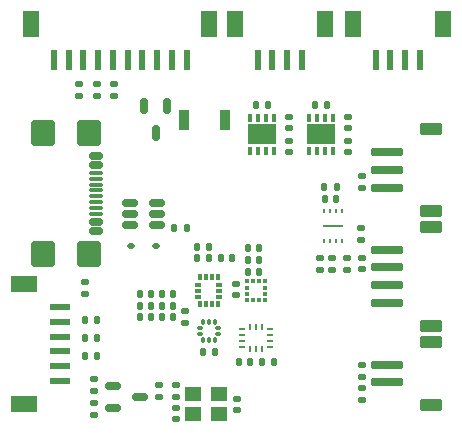
<source format=gbr>
%TF.GenerationSoftware,KiCad,Pcbnew,8.0.8-8.0.8-0~ubuntu24.04.1*%
%TF.CreationDate,2025-02-05T20:44:35+09:00*%
%TF.ProjectId,STM32-FC,53544d33-322d-4464-932e-6b696361645f,rev?*%
%TF.SameCoordinates,Original*%
%TF.FileFunction,Paste,Top*%
%TF.FilePolarity,Positive*%
%FSLAX46Y46*%
G04 Gerber Fmt 4.6, Leading zero omitted, Abs format (unit mm)*
G04 Created by KiCad (PCBNEW 8.0.8-8.0.8-0~ubuntu24.04.1) date 2025-02-05 20:44:35*
%MOMM*%
%LPD*%
G01*
G04 APERTURE LIST*
G04 Aperture macros list*
%AMRoundRect*
0 Rectangle with rounded corners*
0 $1 Rounding radius*
0 $2 $3 $4 $5 $6 $7 $8 $9 X,Y pos of 4 corners*
0 Add a 4 corners polygon primitive as box body*
4,1,4,$2,$3,$4,$5,$6,$7,$8,$9,$2,$3,0*
0 Add four circle primitives for the rounded corners*
1,1,$1+$1,$2,$3*
1,1,$1+$1,$4,$5*
1,1,$1+$1,$6,$7*
1,1,$1+$1,$8,$9*
0 Add four rect primitives between the rounded corners*
20,1,$1+$1,$2,$3,$4,$5,0*
20,1,$1+$1,$4,$5,$6,$7,0*
20,1,$1+$1,$6,$7,$8,$9,0*
20,1,$1+$1,$8,$9,$2,$3,0*%
G04 Aperture macros list end*
%ADD10RoundRect,0.135000X0.135000X0.185000X-0.135000X0.185000X-0.135000X-0.185000X0.135000X-0.185000X0*%
%ADD11RoundRect,0.150000X-0.150000X0.512500X-0.150000X-0.512500X0.150000X-0.512500X0.150000X0.512500X0*%
%ADD12RoundRect,0.087500X0.125000X0.087500X-0.125000X0.087500X-0.125000X-0.087500X0.125000X-0.087500X0*%
%ADD13RoundRect,0.087500X0.087500X0.125000X-0.087500X0.125000X-0.087500X-0.125000X0.087500X-0.125000X0*%
%ADD14RoundRect,0.135000X0.185000X-0.135000X0.185000X0.135000X-0.185000X0.135000X-0.185000X-0.135000X0*%
%ADD15RoundRect,0.135000X-0.135000X-0.185000X0.135000X-0.185000X0.135000X0.185000X-0.135000X0.185000X0*%
%ADD16RoundRect,0.135000X-0.185000X0.135000X-0.185000X-0.135000X0.185000X-0.135000X0.185000X0.135000X0*%
%ADD17R,0.300000X0.600000*%
%ADD18R,0.600000X0.300000*%
%ADD19RoundRect,0.140000X0.140000X0.170000X-0.140000X0.170000X-0.140000X-0.170000X0.140000X-0.170000X0*%
%ADD20R,2.225000X1.400000*%
%ADD21R,1.800000X0.600000*%
%ADD22R,0.304800X0.660400*%
%ADD23R,2.489200X1.701800*%
%ADD24RoundRect,0.140000X0.170000X-0.140000X0.170000X0.140000X-0.170000X0.140000X-0.170000X-0.140000X0*%
%ADD25RoundRect,0.140000X-0.140000X-0.170000X0.140000X-0.170000X0.140000X0.170000X-0.140000X0.170000X0*%
%ADD26R,0.254000X0.304800*%
%ADD27R,1.651000X0.254000*%
%ADD28RoundRect,0.140000X-0.170000X0.140000X-0.170000X-0.140000X0.170000X-0.140000X0.170000X0.140000X0*%
%ADD29RoundRect,0.150000X-0.512500X-0.150000X0.512500X-0.150000X0.512500X0.150000X-0.512500X0.150000X0*%
%ADD30RoundRect,0.175000X1.175000X-0.175000X1.175000X0.175000X-1.175000X0.175000X-1.175000X-0.175000X0*%
%ADD31RoundRect,0.250000X0.700000X-0.300000X0.700000X0.300000X-0.700000X0.300000X-0.700000X-0.300000X0*%
%ADD32R,1.400000X2.225000*%
%ADD33R,0.600000X1.800000*%
%ADD34R,0.400000X0.400000*%
%ADD35R,0.475000X0.250000*%
%ADD36R,0.250000X0.475000*%
%ADD37RoundRect,0.112500X0.187500X0.112500X-0.187500X0.112500X-0.187500X-0.112500X0.187500X-0.112500X0*%
%ADD38R,0.900000X1.800000*%
%ADD39R,1.400000X1.200000*%
%ADD40RoundRect,0.150000X-0.425000X0.150000X-0.425000X-0.150000X0.425000X-0.150000X0.425000X0.150000X0*%
%ADD41RoundRect,0.075000X-0.500000X0.075000X-0.500000X-0.075000X0.500000X-0.075000X0.500000X0.075000X0*%
%ADD42RoundRect,0.250000X-0.750000X0.840000X-0.750000X-0.840000X0.750000X-0.840000X0.750000X0.840000X0*%
G04 APERTURE END LIST*
D10*
%TO.C,R28*%
X127510000Y-99500000D03*
X126490000Y-99500000D03*
%TD*%
D11*
%TO.C,Q1*%
X133450000Y-78362500D03*
X131550000Y-78362500D03*
X132500000Y-80637500D03*
%TD*%
D12*
%TO.C,U9*%
X137762500Y-97650000D03*
X137762500Y-97150000D03*
D13*
X137500000Y-96637500D03*
X137000000Y-96637500D03*
X136500000Y-96637500D03*
D12*
X136237500Y-97150000D03*
X136237500Y-97650000D03*
D13*
X136500000Y-98162500D03*
X137000000Y-98162500D03*
X137500000Y-98162500D03*
%TD*%
D10*
%TO.C,R27*%
X127510000Y-98000000D03*
X126490000Y-98000000D03*
%TD*%
D14*
%TO.C,R26*%
X126000000Y-77510000D03*
X126000000Y-76490000D03*
%TD*%
D15*
%TO.C,R15*%
X146790000Y-85200000D03*
X147810000Y-85200000D03*
%TD*%
D14*
%TO.C,R11*%
X148700000Y-92210000D03*
X148700000Y-91190000D03*
%TD*%
D16*
%TO.C,R20*%
X127250000Y-103490000D03*
X127250000Y-104510000D03*
%TD*%
D17*
%TO.C,U7*%
X136250000Y-95150000D03*
X136750000Y-95150000D03*
X137250000Y-95150000D03*
X137750000Y-95150000D03*
D18*
X137900000Y-94500000D03*
X137900000Y-94000000D03*
X137900000Y-93500000D03*
D17*
X137750000Y-92850000D03*
X137250000Y-92850000D03*
X136750000Y-92850000D03*
X136250000Y-92850000D03*
D18*
X136100000Y-93500000D03*
X136100000Y-94000000D03*
X136100000Y-94500000D03*
%TD*%
D19*
%TO.C,C7*%
X134000000Y-94250000D03*
X133040000Y-94250000D03*
%TD*%
%TO.C,C2*%
X133980000Y-96250000D03*
X133020000Y-96250000D03*
%TD*%
D20*
%TO.C,J10*%
X121362500Y-103550000D03*
X121362500Y-93450000D03*
D21*
X124425000Y-101625000D03*
X124425000Y-100375000D03*
X124425000Y-99125000D03*
X124425000Y-97875000D03*
X124425000Y-96625000D03*
X124425000Y-95375000D03*
%TD*%
D22*
%TO.C,U10*%
X140509400Y-82121600D03*
X141169800Y-82121600D03*
X141830200Y-82121600D03*
X142490600Y-82121600D03*
X142490600Y-79378400D03*
X141830200Y-79378400D03*
X141169800Y-79378400D03*
X140509400Y-79378400D03*
D23*
X141500000Y-80750000D03*
%TD*%
D14*
%TO.C,R13*%
X146400000Y-92210000D03*
X146400000Y-91190000D03*
%TD*%
D16*
%TO.C,R9*%
X126500000Y-93240000D03*
X126500000Y-94260000D03*
%TD*%
D19*
%TO.C,C19*%
X147780000Y-86200000D03*
X146820000Y-86200000D03*
%TD*%
D24*
%TO.C,C1*%
X139400000Y-104100000D03*
X139400000Y-103140000D03*
%TD*%
D25*
%TO.C,C28*%
X140320000Y-91400000D03*
X141280000Y-91400000D03*
%TD*%
D14*
%TO.C,R3*%
X134200000Y-103010000D03*
X134200000Y-101990000D03*
%TD*%
%TO.C,R17*%
X150000000Y-103260000D03*
X150000000Y-102240000D03*
%TD*%
%TO.C,R18*%
X150000000Y-101260000D03*
X150000000Y-100240000D03*
%TD*%
D26*
%TO.C,U5*%
X148250189Y-87255400D03*
X147750063Y-87255400D03*
X147249937Y-87255400D03*
X146749811Y-87255400D03*
X146749811Y-89744600D03*
X147249937Y-89744600D03*
X147750063Y-89744600D03*
X148250189Y-89744600D03*
D27*
X147500000Y-88500000D03*
%TD*%
D25*
%TO.C,C10*%
X131140000Y-96250000D03*
X132100000Y-96250000D03*
%TD*%
D14*
%TO.C,R12*%
X147400000Y-92210000D03*
X147400000Y-91190000D03*
%TD*%
D28*
%TO.C,C33*%
X148750000Y-81270000D03*
X148750000Y-82230000D03*
%TD*%
D29*
%TO.C,U2*%
X130362500Y-86550000D03*
X130362500Y-87500000D03*
X130362500Y-88450000D03*
X132637500Y-88450000D03*
X132637500Y-87500000D03*
X132637500Y-86550000D03*
%TD*%
D24*
%TO.C,C32*%
X143750000Y-80230000D03*
X143750000Y-79270000D03*
%TD*%
%TO.C,C30*%
X139300000Y-94380000D03*
X139300000Y-93420000D03*
%TD*%
D14*
%TO.C,R21*%
X127250000Y-102510000D03*
X127250000Y-101490000D03*
%TD*%
%TO.C,R14*%
X149900000Y-89710000D03*
X149900000Y-88690000D03*
%TD*%
%TO.C,R23*%
X129000000Y-77510000D03*
X129000000Y-76490000D03*
%TD*%
D25*
%TO.C,C26*%
X136520000Y-99200000D03*
X137480000Y-99200000D03*
%TD*%
D16*
%TO.C,R16*%
X135000000Y-95740000D03*
X135000000Y-96760000D03*
%TD*%
D30*
%TO.C,J5*%
X152100000Y-101750000D03*
X152100000Y-100250000D03*
D31*
X155800000Y-103700000D03*
X155800000Y-98300000D03*
%TD*%
D32*
%TO.C,J9*%
X121950000Y-71362500D03*
X137050000Y-71362500D03*
D33*
X123875000Y-74425000D03*
X125125000Y-74425000D03*
X126375000Y-74425000D03*
X127625000Y-74425000D03*
X128875000Y-74425000D03*
X130125000Y-74425000D03*
X131375000Y-74425000D03*
X132625000Y-74425000D03*
X133875000Y-74425000D03*
X135125000Y-74425000D03*
%TD*%
D25*
%TO.C,C29*%
X140320000Y-90400000D03*
X141280000Y-90400000D03*
%TD*%
D14*
%TO.C,R24*%
X127500000Y-77510000D03*
X127500000Y-76490000D03*
%TD*%
D25*
%TO.C,C8*%
X131140000Y-94250000D03*
X132100000Y-94250000D03*
%TD*%
D28*
%TO.C,C34*%
X143750000Y-81270000D03*
X143750000Y-82230000D03*
%TD*%
D22*
%TO.C,U11*%
X145509400Y-82121600D03*
X146169800Y-82121600D03*
X146830200Y-82121600D03*
X147490600Y-82121600D03*
X147490600Y-79378400D03*
X146830200Y-79378400D03*
X146169800Y-79378400D03*
X145509400Y-79378400D03*
D23*
X146500000Y-80750000D03*
%TD*%
D19*
%TO.C,C24*%
X136980000Y-90250000D03*
X136020000Y-90250000D03*
%TD*%
D25*
%TO.C,C27*%
X141280000Y-92400000D03*
X140320000Y-92400000D03*
%TD*%
D15*
%TO.C,R33*%
X140990000Y-78250000D03*
X142010000Y-78250000D03*
%TD*%
D25*
%TO.C,C21*%
X139520000Y-100000000D03*
X140480000Y-100000000D03*
%TD*%
D14*
%TO.C,R19*%
X150000000Y-85260000D03*
X150000000Y-84240000D03*
%TD*%
D30*
%TO.C,J8*%
X152100000Y-95000000D03*
X152100000Y-93500000D03*
X152100000Y-92000000D03*
X152100000Y-90500000D03*
D31*
X155800000Y-96950000D03*
X155800000Y-88550000D03*
%TD*%
D34*
%TO.C,U8*%
X140250000Y-94800000D03*
X140750000Y-94800000D03*
X141250000Y-94800000D03*
X141750000Y-94800000D03*
X141750000Y-94250000D03*
X141750000Y-93750000D03*
X141750000Y-93200000D03*
X141250000Y-93200000D03*
X140750000Y-93200000D03*
X140250000Y-93200000D03*
X140250000Y-93750000D03*
X140250000Y-94250000D03*
%TD*%
D28*
%TO.C,C4*%
X134200000Y-103920000D03*
X134200000Y-104880000D03*
%TD*%
D35*
%TO.C,U6*%
X139837000Y-97250000D03*
X139837000Y-97750000D03*
X139837000Y-98250000D03*
X139837000Y-98750000D03*
D36*
X140500000Y-98913000D03*
X141000000Y-98913000D03*
X141500000Y-98913000D03*
D35*
X142163000Y-98750000D03*
X142163000Y-98250000D03*
X142163000Y-97750000D03*
X142163000Y-97250000D03*
D36*
X141500000Y-97087000D03*
X141000000Y-97087000D03*
X140500000Y-97087000D03*
%TD*%
D37*
%TO.C,D6*%
X132550000Y-90200000D03*
X130450000Y-90200000D03*
%TD*%
D24*
%TO.C,C20*%
X150000000Y-92180000D03*
X150000000Y-91220000D03*
%TD*%
%TO.C,C31*%
X148750000Y-80230000D03*
X148750000Y-79270000D03*
%TD*%
D25*
%TO.C,C23*%
X141520000Y-100000000D03*
X142480000Y-100000000D03*
%TD*%
D10*
%TO.C,R10*%
X135110000Y-88700000D03*
X134090000Y-88700000D03*
%TD*%
D38*
%TO.C,BZ1*%
X138370000Y-79500000D03*
X134870000Y-79500000D03*
%TD*%
D32*
%TO.C,J15*%
X149200000Y-71362500D03*
X156800000Y-71362500D03*
D33*
X151125000Y-74425000D03*
X152375000Y-74425000D03*
X153625000Y-74425000D03*
X154875000Y-74425000D03*
%TD*%
D15*
%TO.C,R34*%
X145990000Y-78250000D03*
X147010000Y-78250000D03*
%TD*%
D25*
%TO.C,C9*%
X131140000Y-95250000D03*
X132100000Y-95250000D03*
%TD*%
D29*
%TO.C,Q2*%
X128862500Y-102050000D03*
X128862500Y-103950000D03*
X131137500Y-103000000D03*
%TD*%
D30*
%TO.C,J7*%
X152100000Y-85250000D03*
X152100000Y-83750000D03*
X152100000Y-82250000D03*
D31*
X155800000Y-87200000D03*
X155800000Y-80300000D03*
%TD*%
D39*
%TO.C,Y1*%
X137900000Y-102750000D03*
X135700000Y-102750000D03*
X135700000Y-104450000D03*
X137900000Y-104450000D03*
%TD*%
D25*
%TO.C,C25*%
X138020000Y-91250000D03*
X138980000Y-91250000D03*
%TD*%
D10*
%TO.C,R25*%
X127510000Y-96500000D03*
X126490000Y-96500000D03*
%TD*%
D40*
%TO.C,J2*%
X127430000Y-82550000D03*
X127430000Y-83350000D03*
D41*
X127430000Y-84500000D03*
X127430000Y-85500000D03*
X127430000Y-86000000D03*
X127430000Y-87000000D03*
D40*
X127430000Y-88150000D03*
X127430000Y-88950000D03*
X127430000Y-88950000D03*
X127430000Y-88150000D03*
D41*
X127430000Y-87500000D03*
X127430000Y-86500000D03*
X127430000Y-85000000D03*
X127430000Y-84000000D03*
D40*
X127430000Y-83350000D03*
X127430000Y-82550000D03*
D42*
X126855000Y-80640000D03*
X122925000Y-80640000D03*
X126855000Y-90860000D03*
X122925000Y-90860000D03*
%TD*%
D32*
%TO.C,J14*%
X139200000Y-71362500D03*
X146800000Y-71362500D03*
D33*
X141125000Y-74425000D03*
X142375000Y-74425000D03*
X143625000Y-74425000D03*
X144875000Y-74425000D03*
%TD*%
D19*
%TO.C,C3*%
X134000000Y-95250000D03*
X133040000Y-95250000D03*
%TD*%
%TO.C,C22*%
X136980000Y-91250000D03*
X136020000Y-91250000D03*
%TD*%
D16*
%TO.C,R22*%
X132750000Y-101980000D03*
X132750000Y-103000000D03*
%TD*%
M02*

</source>
